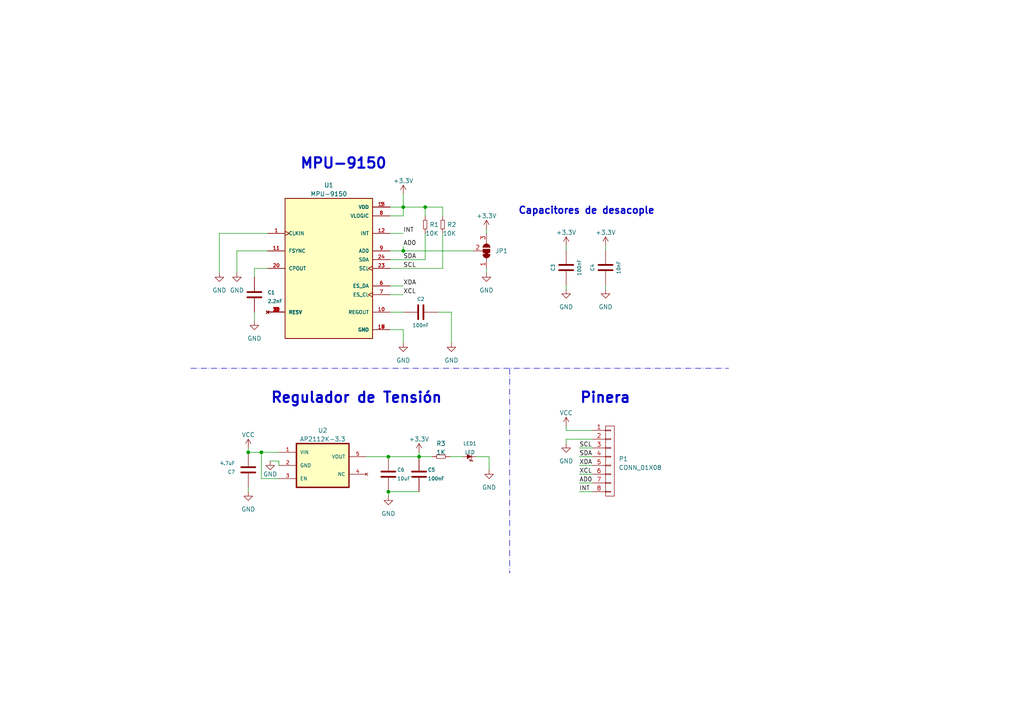
<source format=kicad_sch>
(kicad_sch (version 20230121) (generator eeschema)
  (paper "A4")
  (title_block (title "Modulo MPU-9150") (date "2023-07-22") (rev "1.1") (company "Bover GROUP") (comment 1 "Ezequiel Sierra | Leandro Benitez"))
  (lib_symbols
    (symbol "EESTN5:C" (pin_numbers hide) (pin_names (offset 0.254))
      (property "Reference" "C" (at 0 2.54 0))
      (property "Value" "C" (at 0.1524 -2.159 0))
      (symbol "C_0_1"
        (polyline (pts (xy -2.032 -0.762) (xy 2.032 -0.762)) (stroke (width 0.508)))
        (polyline (pts (xy -2.032 0.762) (xy 2.032 0.762)) (stroke (width 0.508)))
      )
      (symbol "C_1_1"
        (pin passive line (at 0 5.08 270) (length 4.318) (name "~") (number "1"))
        (pin passive line (at 0 -5.08 90) (length 4.318) (name "~") (number "2"))
      )
    )
    (symbol "EESTN5:CONN_01X08" (pin_names (offset 1.016) hide)
      (property "Reference" "P" (at 0 11.43 0))
      (property "Value" "CONN_01X08" (at 2.54 0 90))
      (symbol "CONN_01X08_0_1"
        (rectangle (start -1.27 -10.16) (end 1.27 10.16))
        (rectangle (start -1.27 -8.763) (end 0.254 -9.017))
        (rectangle (start -1.27 -6.223) (end 0.254 -6.477))
        (rectangle (start -1.27 -3.683) (end 0.254 -3.937))
        (rectangle (start -1.27 -1.143) (end 0.254 -1.397))
        (rectangle (start -1.27 1.397) (end 0.254 1.143))
        (rectangle (start -1.27 3.937) (end 0.254 3.683))
        (rectangle (start -1.27 6.477) (end 0.254 6.223))
        (rectangle (start -1.27 9.017) (end 0.254 8.763))
      )
      (symbol "CONN_01X08_1_1"
        (pin passive line (at -5.08 8.89 0) (length 3.81) (name "P1") (number "1"))
        (pin passive line (at -5.08 6.35 0) (length 3.81) (name "P2") (number "2"))
        (pin passive line (at -5.08 3.81 0) (length 3.81) (name "P3") (number "3"))
        (pin passive line (at -5.08 1.27 0) (length 3.81) (name "P4") (number "4"))
        (pin passive line (at -5.08 -1.27 0) (length 3.81) (name "P5") (number "5"))
        (pin passive line (at -5.08 -3.81 0) (length 3.81) (name "P6") (number "6"))
        (pin passive line (at -5.08 -6.35 0) (length 3.81) (name "P7") (number "7"))
        (pin passive line (at -5.08 -8.89 0) (length 3.81) (name "P8") (number "8"))
      )
    )
    (symbol "EESTN5:LED" (pin_numbers hide) (pin_names (offset 1.016) hide)
      (property "Reference" "LED" (at 0 2.54 0))
      (property "Value" "LED" (at 0 -2.54 0))
      (symbol "LED_0_1"
        (polyline (pts (xy 0.508 -0.762) (xy 1.016 -1.27) (xy 1.016 -1.27)))
        (polyline (pts (xy 1.016 -0.762) (xy 1.524 -1.27) (xy 1.524 -1.27)))
        (polyline (pts (xy 1.27 -0.635) (xy 1.27 0.635) (xy 1.27 0.635)))
        (polyline (pts (xy 1.27 0) (xy 0 0.635) (xy 0 -0.635) (xy 0 -0.635)) (fill (type outline)))
        (polyline (pts (xy 1.524 -1.27) (xy 1.27 -1.27) (xy 1.524 -1.016) (xy 1.524 -1.27) (xy 1.524 -1.27)) (fill (type outline)))
        (polyline (pts (xy 1.016 -1.27) (xy 0.762 -1.27) (xy 1.016 -1.016) (xy 1.016 -1.27) (xy 1.016 -1.27) (xy 1.016 -1.27)) (fill (type outline)))
      )
      (symbol "LED_1_1"
        (pin passive line (at -1.27 0 0) (length 1.27) (name "A") (number "1"))
        (pin passive line (at 2.54 0 180) (length 1.27) (name "K") (number "2"))
      )
    )
    (symbol "EESTN5:R" (pin_numbers hide) (pin_names (offset 0))
      (property "Reference" "R" (at -1.27 0 90))
      (property "Value" "R" (at 1.27 0 90))
      (symbol "R_0_1"
        (rectangle (start 0.508 1.27) (end -0.508 -1.27))
      )
      (symbol "R_1_1"
        (pin passive line (at 0 2.54 270) (length 1.27) (name "~") (number "1"))
        (pin passive line (at 0 -2.54 90) (length 1.27) (name "~") (number "2"))
      )
    )
    (symbol "Jumper:SolderJumper_3_Bridged12" (pin_names (offset 0) hide)
      (property "Reference" "JP3" (at 2.54 0.635 90))
      (property "Value" "Jump" (at 2.54 -1.905 90))
      (symbol "SolderJumper_3_Bridged12_0_1"
        (rectangle (start -1.016 0.508) (end -0.508 -0.508) (fill (type outline)))
        (arc (start -1.016 1.016) (mid -2.0276 0) (end -1.016 -1.016))
        (arc (start -1.016 1.016) (mid -2.0276 0) (end -1.016 -1.016) (fill (type outline)))
        (rectangle (start -0.508 1.016) (end 0.508 -1.016) (fill (type outline)))
        (polyline (pts (xy -2.54 0) (xy -2.032 0)))
        (polyline (pts (xy -1.016 1.016) (xy -1.016 -1.016)))
        (polyline (pts (xy 0 1.27) (xy 0 1.016)))
        (polyline (pts (xy 1.016 1.016) (xy 1.016 -1.016)))
        (polyline (pts (xy 2.54 0) (xy 2.032 0)))
        (arc (start 1.016 -1.016) (mid 2.0276 0) (end 1.016 1.016))
        (arc (start 1.016 -1.016) (mid 2.0276 0) (end 1.016 1.016) (fill (type outline)))
      )
      (symbol "SolderJumper_3_Bridged12_1_1"
        (pin passive line (at -5.08 0 0) (length 2.54) (name "A") (number "1"))
        (pin passive line (at 0 3.81 270) (length 2.54) (name "C") (number "2"))
        (pin passive line (at 5.08 0 180) (length 2.54) (name "B") (number "3"))
      )
    )
    (symbol "Librerias:AP2112K-3.3" (pin_names (offset 1.016))
      (property "Reference" "U2" (at 0 10.16 0))
      (property "Value" "AP2112K-3.3" (at 0 7.62 0))
      (symbol "AP2112K-3.3_0_0"
        (rectangle (start -7.62 6.35) (end 7.62 -6.35) (stroke (width 0.41)) (fill (type background)))
        (pin power_in line (at -12.7 3.81 0) (length 5.08) (name "VIN") (number "1"))
        (pin power_in line (at -12.7 0 0) (length 5.08) (name "GND") (number "2"))
        (pin input line (at -12.7 -3.81 0) (length 5.08) (name "EN") (number "3"))
        (pin power_in line (at 12.7 2.54 180) (length 5.08) (name "VOUT") (number "5"))
      )
      (symbol "AP2112K-3.3_1_0"
        (pin no_connect line (at 12.7 -2.54 180) (length 5.08) (name "NC") (number "4"))
      )
    )
    (symbol "Librerias:MPU-9150-Qfn-24" (pin_names (offset 1.016))
      (property "Reference" "U3" (at 0 24.13 0))
      (property "Value" "MPU-9150" (at 0 21.59 0))
      (symbol "MPU-9150-Qfn-24_0_0"
        (rectangle (start -12.7 -20.32) (end 12.7 20.32) (stroke (width 0.254)) (fill (type background)))
        (pin input clock (at -17.78 10.16 0) (length 5.08) (name "CLKIN") (number "1"))
        (pin output line (at 17.78 -12.7 180) (length 5.08) (name "REGOUT") (number "10"))
        (pin input line (at -17.78 5.08 0) (length 5.08) (name "FSYNC") (number "11"))
        (pin output line (at 17.78 10.16 180) (length 5.08) (name "INT") (number "12"))
        (pin power_in line (at 17.78 17.78 180) (length 5.08) (name "VDD") (number "13"))
        (pin no_connect line (at -17.78 -12.7 0) (length 5.08) (name "RESV") (number "14"))
        (pin power_in line (at 17.78 -17.78 180) (length 5.08) (name "GND") (number "15"))
        (pin no_connect line (at -17.78 -12.7 0) (length 5.08) (name "RESV") (number "16"))
        (pin power_in line (at 17.78 -17.78 180) (length 5.08) (name "GND") (number "17"))
        (pin power_in line (at 17.78 -17.78 180) (length 5.08) (name "GND") (number "18"))
        (pin no_connect line (at -17.78 -12.7 0) (length 5.08) (name "RESV") (number "19"))
        (pin no_connect line (at -17.78 -12.7 0) (length 5.08) (name "RESV") (number "2"))
        (pin passive line (at -17.78 0 0) (length 5.08) (name "CPOUT") (number "20"))
        (pin no_connect line (at -17.78 -12.7 0) (length 5.08) (name "RESV") (number "21"))
        (pin no_connect line (at -17.78 -12.7 0) (length 5.08) (name "RESV") (number "22"))
        (pin input clock (at 17.78 0 180) (length 5.08) (name "SCL") (number "23"))
        (pin bidirectional line (at 17.78 2.54 180) (length 5.08) (name "SDA") (number "24"))
        (pin power_in line (at 17.78 17.78 180) (length 5.08) (name "VDD") (number "3"))
        (pin no_connect line (at -17.78 -12.7 0) (length 5.08) (name "RESV") (number "4"))
        (pin no_connect line (at -17.78 -12.7 0) (length 5.08) (name "RESV") (number "5"))
        (pin bidirectional line (at 17.78 -5.08 180) (length 5.08) (name "ES_DA") (number "6"))
        (pin output clock (at 17.78 -7.62 180) (length 5.08) (name "ES_CL") (number "7"))
        (pin power_in line (at 17.78 15.24 180) (length 5.08) (name "VLOGIC") (number "8"))
        (pin input line (at 17.78 5.08 180) (length 5.08) (name "AD0") (number "9"))
      )
    )
    (symbol "power:+3.3V" (power) (pin_names (offset 0))
      (property "Value" "+3.3V" (at 0 3.556 0))
      (symbol "+3.3V_0_1"
        (polyline (pts (xy -0.762 1.27) (xy 0 2.54)))
        (polyline (pts (xy 0 0) (xy 0 2.54)))
        (polyline (pts (xy 0 2.54) (xy 0.762 1.27)))
      )
      (symbol "+3.3V_1_1"
        (pin power_in line (at 0 0 90) (length 0) hide (name "+3.3V") (number "1"))
      )
    )
    (symbol "power:GND" (power) (pin_names (offset 0))
      (property "Value" "GND" (at 0 -3.81 0))
      (symbol "GND_0_1"
        (polyline (pts (xy 0 0) (xy 0 -1.27) (xy 1.27 -1.27) (xy 0 -2.54) (xy -1.27 -1.27) (xy 0 -1.27)))
      )
      (symbol "GND_1_1"
        (pin power_in line (at 0 0 270) (length 0) hide (name "GND") (number "1"))
      )
    )
    (symbol "power:VCC" (power) (pin_names (offset 0))
      (property "Value" "VCC" (at 0 3.81 0))
      (symbol "VCC_0_1"
        (polyline (pts (xy -0.762 1.27) (xy 0 2.54)))
        (polyline (pts (xy 0 0) (xy 0 2.54)))
        (polyline (pts (xy 0 2.54) (xy 0.762 1.27)))
      )
      (symbol "VCC_1_1"
        (pin power_in line (at 0 0 90) (length 0) hide (name "VCC") (number "1"))
      )
    )
  )
  (junction (at 123.317 60.071))
  (junction (at 112.649 132.461))
  (junction (at 116.967 72.771))
  (junction (at 72.009 131.191))
  (junction (at 116.967 60.071))
  (junction (at 121.539 132.461))
  (junction (at 112.649 142.621))
  (junction (at 75.819 131.191))
  (wire (pts (xy 106.299 132.461) (xy 112.649 132.461)))
  (wire (pts (xy 63.627 67.691) (xy 63.627 79.121)))
  (wire (pts (xy 128.397 62.611) (xy 128.397 60.071)))
  (wire (pts (xy 112.649 142.621) (xy 112.649 143.891)))
  (wire (pts (xy 113.157 90.551) (xy 116.967 90.551)))
  (wire (pts (xy 130.937 90.551) (xy 130.937 99.441)))
  (wire (pts (xy 168.021 140.081) (xy 171.831 140.081)))
  (wire (pts (xy 168.021 135.001) (xy 171.831 135.001)))
  (wire (pts (xy 123.317 67.691) (xy 123.317 75.311)))
  (wire (pts (xy 168.021 137.541) (xy 171.831 137.541)))
  (wire (pts (xy 121.539 131.191) (xy 121.539 132.461)))
  (wire (pts (xy 78.359 133.731) (xy 80.899 133.731)))
  (wire (pts (xy 113.157 95.631) (xy 116.967 95.631)))
  (wire (pts (xy 175.641 83.947) (xy 175.641 82.677)))
  (polyline (pts (xy 55.372 106.807) (xy 211.328 106.807)) (stroke (width 0) (type dash_dot)))
  (wire (pts (xy 63.627 67.691) (xy 77.597 67.691)))
  (wire (pts (xy 116.967 72.771) (xy 137.287 72.771)))
  (wire (pts (xy 113.157 75.311) (xy 123.317 75.311)))
  (wire (pts (xy 116.967 62.611) (xy 116.967 60.071)))
  (wire (pts (xy 113.157 72.771) (xy 116.967 72.771)))
  (wire (pts (xy 121.539 132.461) (xy 125.349 132.461)))
  (wire (pts (xy 113.157 85.471) (xy 116.967 85.471)))
  (polyline (pts (xy 147.828 106.934) (xy 147.828 166.116)) (stroke (width 0) (type dash_dot)))
  (wire (pts (xy 68.707 72.771) (xy 68.707 79.121)))
  (wire (pts (xy 130.937 90.551) (xy 127.127 90.551)))
  (wire (pts (xy 141.097 77.851) (xy 141.097 79.121)))
  (wire (pts (xy 123.317 60.071) (xy 116.967 60.071)))
  (wire (pts (xy 141.097 66.421) (xy 141.097 67.691)))
  (wire (pts (xy 113.157 67.691) (xy 116.967 67.691)))
  (wire (pts (xy 130.429 132.461) (xy 134.239 132.461)))
  (wire (pts (xy 113.157 60.071) (xy 116.967 60.071)))
  (wire (pts (xy 73.787 90.551) (xy 73.787 93.091)))
  (wire (pts (xy 72.009 141.351) (xy 72.009 142.621)))
  (wire (pts (xy 116.967 95.631) (xy 116.967 99.441)))
  (wire (pts (xy 72.009 129.921) (xy 72.009 131.191)))
  (wire (pts (xy 116.967 71.501) (xy 116.967 72.771)))
  (wire (pts (xy 80.899 133.731) (xy 80.899 135.001)))
  (wire (pts (xy 164.211 127.381) (xy 171.831 127.381)))
  (wire (pts (xy 116.967 82.931) (xy 113.157 82.931)))
  (wire (pts (xy 138.049 132.461) (xy 141.859 132.461)))
  (wire (pts (xy 116.967 56.261) (xy 116.967 60.071)))
  (wire (pts (xy 128.397 60.071) (xy 123.317 60.071)))
  (wire (pts (xy 75.819 138.811) (xy 75.819 131.191)))
  (wire (pts (xy 164.211 128.651) (xy 164.211 127.381)))
  (wire (pts (xy 113.157 77.851) (xy 128.397 77.851)))
  (wire (pts (xy 168.021 142.621) (xy 171.831 142.621)))
  (wire (pts (xy 73.787 77.851) (xy 73.787 80.391)))
  (wire (pts (xy 112.649 142.621) (xy 121.539 142.621)))
  (wire (pts (xy 72.009 131.191) (xy 75.819 131.191)))
  (polyline (pts (xy 147.828 166.116) (xy 147.955 166.116)))
  (wire (pts (xy 175.641 71.247) (xy 175.641 72.517)))
  (wire (pts (xy 123.317 62.611) (xy 123.317 60.071)))
  (wire (pts (xy 68.707 72.771) (xy 77.597 72.771)))
  (wire (pts (xy 113.157 62.611) (xy 116.967 62.611)))
  (wire (pts (xy 77.597 77.851) (xy 73.787 77.851)))
  (wire (pts (xy 168.021 129.921) (xy 171.831 129.921)))
  (wire (pts (xy 164.211 71.247) (xy 164.211 72.517)))
  (wire (pts (xy 164.211 83.947) (xy 164.211 82.677)))
  (wire (pts (xy 141.859 132.461) (xy 141.859 136.271)))
  (wire (pts (xy 75.819 131.191) (xy 80.899 131.191)))
  (wire (pts (xy 112.649 132.461) (xy 121.539 132.461)))
  (wire (pts (xy 164.211 124.841) (xy 171.831 124.841)))
  (wire (pts (xy 80.899 138.811) (xy 75.819 138.811)))
  (wire (pts (xy 168.021 132.461) (xy 171.831 132.461)))
  (wire (pts (xy 128.397 67.691) (xy 128.397 77.851)))
  (wire (pts (xy 164.211 123.571) (xy 164.211 124.841)))
  (text "MPU-9150\n" (at 86.868 49.276 0) (effects (font (size 3 3) (thickness 0.6) bold) (justify left bottom)))
  (text "Pinera" (at 168.021 117.221 0) (effects (font (size 3 3) (thickness 0.6) bold) (justify left bottom)))
  (text "Capacitores de desacople\n" (at 150.241 62.357 0) (effects (font (size 2 2) (thickness 0.4) bold) (justify left bottom)))
  (text "Regulador de Tensión " (at 78.359 117.221 0) (effects (font (size 3 3) (thickness 0.6) bold) (justify left bottom)))
  (label "XCL" (at 168.021 137.541 0))
  (label "SDA" (at 168.021 132.461 0))
  (label "SCL" (at 116.967 77.851 0))
  (label "XDA" (at 116.967 82.931 0))
  (label "XDA" (at 168.021 135.001 0))
  (label "SCL" (at 168.021 129.921 0))
  (label "INT" (at 116.967 67.691 0))
  (label "AD0" (at 116.967 71.501 0))
  (label "SDA" (at 116.967 75.311 0))
  (label "XCL" (at 116.967 85.471 0))
  (label "AD0" (at 168.021 140.081 0))
  (label "INT" (at 168.021 142.621 0))
  (symbol (lib_id "power:VCC") (at 164.211 123.571 0) (unit 1)
    (property "Reference" "#PWR019" (effects hide))
    (property "Value" "VCC" (at 164.211 119.761 0))
  )
  (symbol (lib_id "EESTN5:LED") (at 135.509 132.461 0) (unit 1)
    (property "Reference" "LED1" (at 136.271 128.651 0) (effects (font (size 1.016 1.016))))
    (property "Value" "LED" (at 136.271 131.191 0) (effects (font (size 1.016 1.016))))
    (property "Footprint" "EESTN5:Led_0805" (effects hide))
  )
  (symbol (lib_id "power:+3.3V") (at 175.641 71.247 0) (unit 1)
    (property "Reference" "#PWR010" (effects hide))
    (property "Value" "+3.3V" (at 175.641 67.437 0))
  )
  (symbol (lib_id "power:GND") (at 112.649 143.891 0) (unit 1)
    (property "Reference" "#PWR017" (effects hide))
    (property "Value" "GND" (at 112.649 148.971 0))
  )
  (symbol (lib_id "power:GND") (at 164.211 83.947 0) (unit 1)
    (property "Reference" "#PWR011" (effects hide))
    (property "Value" "GND" (at 164.211 89.027 0))
  )
  (symbol (lib_id "power:+3.3V") (at 116.967 56.261 0) (unit 1)
    (property "Reference" "#PWR04" (effects hide))
    (property "Value" "+3.3V" (at 116.967 52.451 0))
  )
  (symbol (lib_id "power:GND") (at 73.787 93.091 0) (unit 1)
    (property "Reference" "#PWR03" (effects hide))
    (property "Value" "GND" (at 73.787 98.171 0))
  )
  (symbol (lib_id "power:GND") (at 72.009 142.621 0) (unit 1)
    (property "Reference" "#PWR013" (effects hide))
    (property "Value" "GND" (at 72.009 147.701 0))
  )
  (symbol (lib_id "EESTN5:C") (at 73.787 85.471 180) (unit 1)
    (property "Reference" "C1" (at 77.597 84.836 0) (effects (font (size 1.016 1.016)) (justify right)))
    (property "Value" "2.2nF" (at 77.597 87.376 0) (effects (font (size 1.016 1.016)) (justify right)))
    (property "Footprint" "footprints:C_0603" (effects hide))
  )
  (symbol (lib_id "EESTN5:C") (at 72.009 136.271 0) (unit 1)
    (property "Reference" "C7" (at 68.199 136.906 0) (effects (font (size 1.016 1.016)) (justify right)))
    (property "Value" "4.7uF" (at 68.199 134.366 0) (effects (font (size 1.016 1.016)) (justify right)))
    (property "Footprint" "footprints:C_0603" (effects hide))
  )
  (symbol (lib_id "power:GND") (at 130.937 99.441 0) (unit 1)
    (property "Reference" "#PWR07" (effects hide))
    (property "Value" "GND" (at 130.937 104.521 0))
  )
  (symbol (lib_id "Jumper:SolderJumper_3_Bridged12") (at 141.097 72.771 90) (unit 1)
    (property "Reference" "JP1" (at 143.637 72.771 90) (effects (justify right)))
    (property "Value" "Jump" (effects hide))
    (property "Footprint" "EESTN5:R_0805" (effects hide))
  )
  (symbol (lib_id "EESTN5:C") (at 175.641 77.597 0) (unit 1)
    (property "Reference" "C4" (at 171.831 77.597 90) (effects (font (size 1.016 1.016))))
    (property "Value" "10nF" (at 179.451 77.597 90) (effects (font (size 1.016 1.016))))
    (property "Footprint" "footprints:C_0603" (effects hide))
  )
  (symbol (lib_id "power:+3.3V") (at 121.539 131.191 0) (unit 1)
    (property "Reference" "#PWR016" (effects hide))
    (property "Value" "+3.3V" (at 121.539 127.381 0))
  )
  (symbol (lib_id "power:GND") (at 141.859 136.271 0) (unit 1)
    (property "Reference" "#PWR018" (effects hide))
    (property "Value" "GND" (at 141.859 141.351 0))
  )
  (symbol (lib_id "power:GND") (at 78.359 133.731 0) (unit 1)
    (property "Reference" "#PWR015" (effects hide))
    (property "Value" "GND" (at 78.359 137.541 0))
  )
  (symbol (lib_id "power:GND") (at 116.967 99.441 0) (unit 1)
    (property "Reference" "#PWR08" (effects hide))
    (property "Value" "GND" (at 116.967 104.521 0))
  )
  (symbol (lib_id "Librerias:AP2112K-3.3") (at 93.599 135.001 0) (unit 1)
    (property "Reference" "U2" (at 93.599 124.841 0))
    (property "Value" "AP2112K-3.3" (at 93.599 127.381 0))
    (property "Footprint" "footprints:AP2112K-3.3-Sot25" (effects hide))
  )
  (symbol (lib_id "EESTN5:R") (at 128.397 65.151 0) (unit 1)
    (property "Reference" "R2" (at 129.667 65.151 0) (effects (justify left)))
    (property "Value" "10K" (at 128.397 67.691 0) (effects (justify left)))
    (property "Footprint" "EESTN5:R_0805" (effects hide))
  )
  (symbol (lib_id "power:GND") (at 164.211 128.651 0) (unit 1)
    (property "Reference" "#PWR020" (effects hide))
    (property "Value" "GND" (at 164.211 133.731 0))
  )
  (symbol (lib_id "EESTN5:C") (at 112.649 137.541 180) (unit 1)
    (property "Reference" "C6" (at 115.189 136.271 0) (effects (font (size 1.016 1.016)) (justify right)))
    (property "Value" "10uF" (at 115.189 138.811 0) (effects (font (size 1.016 1.016)) (justify right)))
    (property "Footprint" "footprints:C_0603" (effects hide))
  )
  (symbol (lib_id "power:GND") (at 141.097 79.121 0) (unit 1)
    (property "Reference" "#PWR06" (effects hide))
    (property "Value" "GND" (at 141.097 84.201 0))
  )
  (symbol (lib_id "EESTN5:R") (at 127.889 132.461 90) (unit 1)
    (property "Reference" "R3" (at 127.889 128.651 90))
    (property "Value" "1K" (at 127.889 131.191 90))
    (property "Footprint" "EESTN5:R_0805" (effects hide))
  )
  (symbol (lib_id "power:GND") (at 68.707 79.121 0) (unit 1)
    (property "Reference" "#PWR02" (effects hide))
    (property "Value" "GND" (at 68.707 84.201 0))
  )
  (symbol (lib_id "power:GND") (at 63.627 79.121 0) (unit 1)
    (property "Reference" "#PWR01" (effects hide))
    (property "Value" "GND" (at 63.627 84.201 0))
  )
  (symbol (lib_id "power:+3.3V") (at 141.097 66.421 0) (unit 1)
    (property "Reference" "#PWR05" (effects hide))
    (property "Value" "+3.3V" (at 141.097 62.611 0))
  )
  (symbol (lib_id "EESTN5:R") (at 123.317 65.151 0) (unit 1)
    (property "Reference" "R1" (at 124.587 65.151 0) (effects (justify left)))
    (property "Value" "10K" (at 123.317 67.691 0) (effects (justify left)))
    (property "Footprint" "EESTN5:R_0805" (effects hide))
  )
  (symbol (lib_id "power:VCC") (at 72.009 129.921 0) (unit 1)
    (property "Reference" "#PWR014" (effects hide))
    (property "Value" "VCC" (at 72.009 126.111 0))
  )
  (symbol (lib_id "EESTN5:CONN_01X08") (at 176.911 133.731 0) (unit 1)
    (property "Reference" "P1" (at 179.451 133.096 0) (effects (justify left)))
    (property "Value" "CONN_01X08" (at 179.451 135.636 0) (effects (justify left)))
    (property "Footprint" "footprints:GY-521-MPU-6050" (effects hide))
  )
  (symbol (lib_id "power:+3.3V") (at 164.211 71.247 0) (unit 1)
    (property "Reference" "#PWR09" (effects hide))
    (property "Value" "+3.3V" (at 164.211 67.437 0))
  )
  (symbol (lib_id "power:GND") (at 175.641 83.947 0) (unit 1)
    (property "Reference" "#PWR012" (effects hide))
    (property "Value" "GND" (at 175.641 89.027 0))
  )
  (symbol (lib_id "Librerias:MPU-9150-Qfn-24") (at 95.377 77.851 0) (unit 1)
    (property "Reference" "U1" (at 95.377 53.721 0))
    (property "Value" "MPU-9150" (at 95.377 56.261 0))
    (property "Footprint" "footprints:MPU-9150-Qfn-24" (effects hide))
    (property "PARTREV" "4.3" (effects hide))
    (property "STANDARD" "IPC 7351B" (effects hide))
    (property "SNAPEDA_PN" "115083" (effects hide))
    (property "MAXIMUM_PACKAGE_HEIGHT" "1.1 mm" (effects hide))
    (property "MANUFACTURER" "TDK InvenSense" (effects hide))
  )
  (symbol (lib_id "EESTN5:C") (at 122.047 90.551 270) (unit 1)
    (property "Reference" "C2" (at 122.047 86.741 90) (effects (font (size 1.016 1.016))))
    (property "Value" "100nF" (at 122.047 94.361 90) (effects (font (size 1.016 1.016))))
    (property "Footprint" "footprints:C_0603" (effects hide))
  )
  (symbol (lib_id "EESTN5:C") (at 164.211 77.597 0) (unit 1)
    (property "Reference" "C3" (at 160.401 77.597 90) (effects (font (size 1.016 1.016))))
    (property "Value" "100nF" (at 168.021 77.597 90) (effects (font (size 1.016 1.016))))
    (property "Footprint" "footprints:C_0603" (effects hide))
  )
  (symbol (lib_id "EESTN5:C") (at 121.539 137.541 180) (unit 1)
    (property "Reference" "C5" (at 124.079 136.271 0) (effects (font (size 1.016 1.016)) (justify right)))
    (property "Value" "100nF" (at 124.079 138.811 0) (effects (font (size 1.016 1.016)) (justify right)))
    (property "Footprint" "footprints:C_0603" (effects hide))
  )
)
</source>
